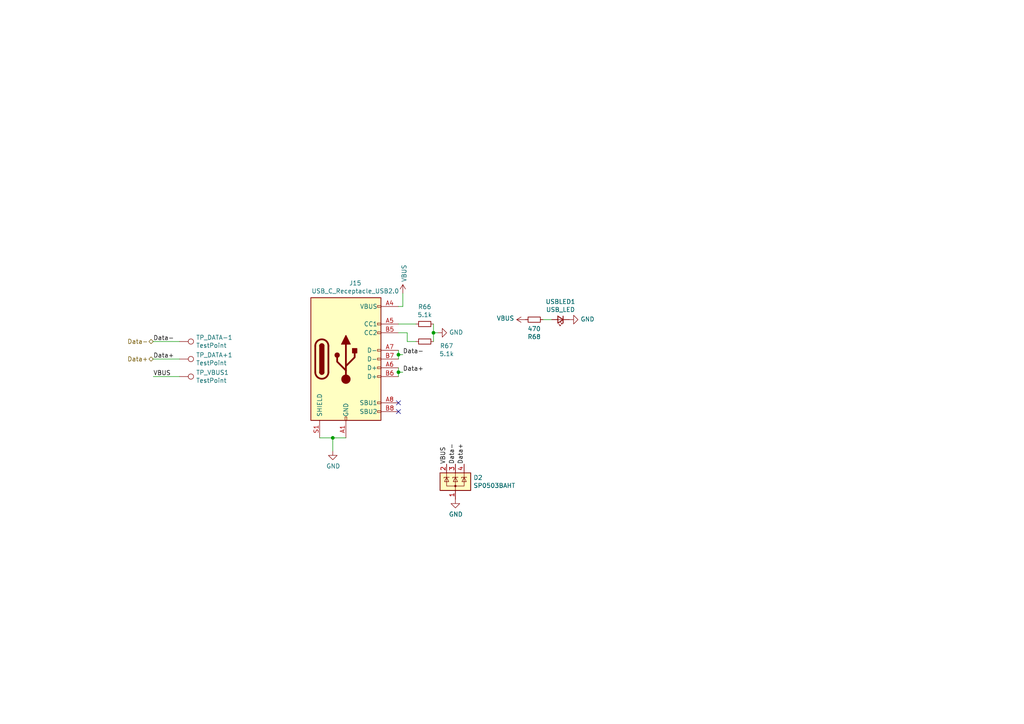
<source format=kicad_sch>
(kicad_sch (version 20230121) (generator eeschema)
  (paper "A4")
  (lib_symbols
    (symbol "Connector:TestPoint" (pin_numbers hide) (pin_names (offset 0.762) hide)
      (property "Reference" "TP" (at 0 6.858 0))
      (property "Value" "TestPoint" (at 0 5.08 0))
      (symbol "TestPoint_0_1"
        (circle (center 0 3.302) (radius 0.762))
      )
      (symbol "TestPoint_1_1"
        (pin passive line (at 0 0 90) (length 2.54) (name "1") (number "1"))
      )
    )
    (symbol "Connector:USB_C_Receptacle_USB2.0" (pin_names (offset 1.016))
      (property "Reference" "J" (at -10.16 19.05 0))
      (property "Value" "USB_C_Receptacle_USB2.0" (at 19.05 19.05 0))
      (symbol "USB_C_Receptacle_USB2.0_0_0"
        (rectangle (start -0.254 -17.78) (end 0.254 -16.764))
        (rectangle (start 10.16 -14.986) (end 9.144 -15.494))
        (rectangle (start 10.16 -12.446) (end 9.144 -12.954))
        (rectangle (start 10.16 -4.826) (end 9.144 -5.334))
        (rectangle (start 10.16 -2.286) (end 9.144 -2.794))
        (rectangle (start 10.16 0.254) (end 9.144 -0.254))
        (rectangle (start 10.16 2.794) (end 9.144 2.286))
        (rectangle (start 10.16 7.874) (end 9.144 7.366))
        (rectangle (start 10.16 10.414) (end 9.144 9.906))
        (rectangle (start 10.16 15.494) (end 9.144 14.986))
      )
      (symbol "USB_C_Receptacle_USB2.0_0_1"
        (rectangle (start -10.16 17.78) (end 10.16 -17.78) (stroke (width 0.254)) (fill (type background)))
        (arc (start -8.89 -3.81) (mid -6.985 -5.7067) (end -5.08 -3.81) (stroke (width 0.508)))
        (arc (start -7.62 -3.81) (mid -6.985 -4.4423) (end -6.35 -3.81) (stroke (width 0.254)))
        (arc (start -7.62 -3.81) (mid -6.985 -4.4423) (end -6.35 -3.81) (stroke (width 0.254)) (fill (type outline)))
        (rectangle (start -7.62 -3.81) (end -6.35 3.81) (stroke (width 0.254)) (fill (type outline)))
        (arc (start -6.35 3.81) (mid -6.985 4.4423) (end -7.62 3.81) (stroke (width 0.254)))
        (arc (start -6.35 3.81) (mid -6.985 4.4423) (end -7.62 3.81) (stroke (width 0.254)) (fill (type outline)))
        (arc (start -5.08 3.81) (mid -6.985 5.7067) (end -8.89 3.81) (stroke (width 0.508)))
        (circle (center -2.54 1.143) (radius 0.635) (stroke (width 0.254)) (fill (type outline)))
        (circle (center 0 -5.842) (radius 1.27) (fill (type outline)))
        (polyline (pts (xy -8.89 -3.81) (xy -8.89 3.81)) (stroke (width 0.508)))
        (polyline (pts (xy -5.08 3.81) (xy -5.08 -3.81)) (stroke (width 0.508)))
        (polyline (pts (xy 0 -5.842) (xy 0 4.318)) (stroke (width 0.508)))
        (polyline (pts (xy 0 -3.302) (xy -2.54 -0.762) (xy -2.54 0.508)) (stroke (width 0.508)))
        (polyline (pts (xy 0 -2.032) (xy 2.54 0.508) (xy 2.54 1.778)) (stroke (width 0.508)))
        (polyline (pts (xy -1.27 4.318) (xy 0 6.858) (xy 1.27 4.318) (xy -1.27 4.318)) (stroke (width 0.254)) (fill (type outline)))
        (rectangle (start 1.905 1.778) (end 3.175 3.048) (stroke (width 0.254)) (fill (type outline)))
      )
      (symbol "USB_C_Receptacle_USB2.0_1_1"
        (pin passive line (at 0 -22.86 90) (length 5.08) (name "GND") (number "A1"))
        (pin passive line (at 0 -22.86 90) (length 5.08) hide (name "GND") (number "A12"))
        (pin passive line (at 15.24 15.24 180) (length 5.08) (name "VBUS") (number "A4"))
        (pin bidirectional line (at 15.24 10.16 180) (length 5.08) (name "CC1") (number "A5"))
        (pin bidirectional line (at 15.24 -2.54 180) (length 5.08) (name "D+") (number "A6"))
        (pin bidirectional line (at 15.24 2.54 180) (length 5.08) (name "D-") (number "A7"))
        (pin bidirectional line (at 15.24 -12.7 180) (length 5.08) (name "SBU1") (number "A8"))
        (pin passive line (at 15.24 15.24 180) (length 5.08) hide (name "VBUS") (number "A9"))
        (pin passive line (at 0 -22.86 90) (length 5.08) hide (name "GND") (number "B1"))
        (pin passive line (at 0 -22.86 90) (length 5.08) hide (name "GND") (number "B12"))
        (pin passive line (at 15.24 15.24 180) (length 5.08) hide (name "VBUS") (number "B4"))
        (pin bidirectional line (at 15.24 7.62 180) (length 5.08) (name "CC2") (number "B5"))
        (pin bidirectional line (at 15.24 -5.08 180) (length 5.08) (name "D+") (number "B6"))
        (pin bidirectional line (at 15.24 0 180) (length 5.08) (name "D-") (number "B7"))
        (pin bidirectional line (at 15.24 -15.24 180) (length 5.08) (name "SBU2") (number "B8"))
        (pin passive line (at 15.24 15.24 180) (length 5.08) hide (name "VBUS") (number "B9"))
        (pin passive line (at -7.62 -22.86 90) (length 5.08) (name "SHIELD") (number "S1"))
      )
    )
    (symbol "Device:LED_Small" (pin_numbers hide) (pin_names (offset 0.254) hide)
      (property "Reference" "D" (at -1.27 3.175 0))
      (property "Value" "LED_Small" (at -4.445 -2.54 0))
      (symbol "LED_Small_0_1"
        (polyline (pts (xy -0.762 -1.016) (xy -0.762 1.016)) (stroke (width 0.254)))
        (polyline (pts (xy 1.016 0) (xy -0.762 0)))
        (polyline (pts (xy 0.762 -1.016) (xy -0.762 0) (xy 0.762 1.016) (xy 0.762 -1.016)) (stroke (width 0.254)))
        (polyline (pts (xy 0 0.762) (xy -0.508 1.27) (xy -0.254 1.27) (xy -0.508 1.27) (xy -0.508 1.016)))
        (polyline (pts (xy 0.508 1.27) (xy 0 1.778) (xy 0.254 1.778) (xy 0 1.778) (xy 0 1.524)))
      )
      (symbol "LED_Small_1_1"
        (pin passive line (at -2.54 0 0) (length 1.778) (name "K") (number "1"))
        (pin passive line (at 2.54 0 180) (length 1.778) (name "A") (number "2"))
      )
    )
    (symbol "Device:R_Small" (pin_numbers hide) (pin_names (offset 0.254) hide)
      (property "Reference" "R" (at 0.762 0.508 0))
      (property "Value" "R_Small" (at 0.762 -1.016 0))
      (symbol "R_Small_0_1"
        (rectangle (start -0.762 1.778) (end 0.762 -1.778) (stroke (width 0.2032)))
      )
      (symbol "R_Small_1_1"
        (pin passive line (at 0 2.54 270) (length 0.762) (name "~") (number "1"))
        (pin passive line (at 0 -2.54 90) (length 0.762) (name "~") (number "2"))
      )
    )
    (symbol "Power_Protection:SP0503BAHT" (pin_names hide)
      (property "Reference" "D" (at 5.715 2.54 0))
      (property "Value" "SP0503BAHT" (at 5.715 0.635 0))
      (symbol "SP0503BAHT_0_0"
        (pin passive line (at 0 -5.08 90) (length 2.54) (name "A") (number "1"))
      )
      (symbol "SP0503BAHT_0_1"
        (rectangle (start -4.445 2.54) (end 4.445 -2.54) (stroke (width 0.254)) (fill (type background)))
        (circle (center 0 -1.27) (radius 0.254) (fill (type outline)))
        (polyline (pts (xy -2.54 2.54) (xy -2.54 1.27)))
        (polyline (pts (xy 0 -1.27) (xy 0 -2.54)))
        (polyline (pts (xy 0 -1.27) (xy 0 1.27)))
        (polyline (pts (xy 0 2.54) (xy 0 1.27)))
        (polyline (pts (xy 0.635 1.27) (xy 0.762 1.27)))
        (polyline (pts (xy 2.54 2.54) (xy 2.54 1.27)))
        (polyline (pts (xy 0.635 1.27) (xy -0.762 1.27) (xy -0.762 1.016)))
        (polyline (pts (xy -3.302 1.016) (xy -3.302 1.27) (xy -1.905 1.27) (xy -1.778 1.27)))
        (polyline (pts (xy -2.54 1.27) (xy -2.54 -1.27) (xy 2.54 -1.27) (xy 2.54 1.27)))
        (polyline (pts (xy -2.54 1.27) (xy -1.905 0) (xy -3.175 0) (xy -2.54 1.27)))
        (polyline (pts (xy 0.635 0) (xy -0.635 0) (xy 0 1.27) (xy 0.635 0)))
        (polyline (pts (xy 1.778 1.016) (xy 1.778 1.27) (xy 3.175 1.27) (xy 3.302 1.27)))
        (polyline (pts (xy 2.54 1.27) (xy 1.905 0) (xy 3.175 0) (xy 2.54 1.27)))
      )
      (symbol "SP0503BAHT_1_1"
        (pin passive line (at -2.54 5.08 270) (length 2.54) (name "K") (number "2"))
        (pin passive line (at 0 5.08 270) (length 2.54) (name "K") (number "3"))
        (pin passive line (at 2.54 5.08 270) (length 2.54) (name "K") (number "4"))
      )
    )
    (symbol "power:GND" (power) (pin_names (offset 0))
      (property "Value" "GND" (at 0 -3.81 0))
      (symbol "GND_0_1"
        (polyline (pts (xy 0 0) (xy 0 -1.27) (xy 1.27 -1.27) (xy 0 -2.54) (xy -1.27 -1.27) (xy 0 -1.27)))
      )
      (symbol "GND_1_1"
        (pin power_in line (at 0 0 270) (length 0) hide (name "GND") (number "1"))
      )
    )
    (symbol "power:VBUS" (power) (pin_names (offset 0))
      (property "Value" "VBUS" (at 0 3.81 0))
      (symbol "VBUS_0_1"
        (polyline (pts (xy -0.762 1.27) (xy 0 2.54)))
        (polyline (pts (xy 0 0) (xy 0 2.54)))
        (polyline (pts (xy 0 2.54) (xy 0.762 1.27)))
      )
      (symbol "VBUS_1_1"
        (pin power_in line (at 0 0 90) (length 0) hide (name "VBUS") (number "1"))
      )
    )
  )
  (junction (at 115.57 107.95))
  (junction (at 125.73 96.52))
  (junction (at 96.52 127))
  (junction (at 115.57 102.87))
  (no_connect (at 115.57 119.38))
  (no_connect (at 115.57 116.84))
  (wire (pts (xy 115.57 96.52) (xy 118.11 96.52)))
  (wire (pts (xy 44.45 109.22) (xy 52.07 109.22)))
  (wire (pts (xy 44.45 104.14) (xy 52.07 104.14)))
  (wire (pts (xy 96.52 127) (xy 96.52 130.81)))
  (wire (pts (xy 115.57 107.95) (xy 115.57 109.22)))
  (wire (pts (xy 118.11 96.52) (xy 118.11 99.06)))
  (wire (pts (xy 160.02 92.71) (xy 157.48 92.71)))
  (wire (pts (xy 115.57 102.87) (xy 115.57 101.6)))
  (wire (pts (xy 115.57 102.87) (xy 116.84 102.87)))
  (wire (pts (xy 116.84 85.09) (xy 116.84 88.9)))
  (wire (pts (xy 125.73 93.98) (xy 125.73 96.52)))
  (wire (pts (xy 92.71 127) (xy 96.52 127)))
  (wire (pts (xy 115.57 93.98) (xy 120.65 93.98)))
  (wire (pts (xy 125.73 99.06) (xy 125.73 96.52)))
  (wire (pts (xy 96.52 127) (xy 100.33 127)))
  (wire (pts (xy 125.73 96.52) (xy 127 96.52)))
  (wire (pts (xy 115.57 106.68) (xy 115.57 107.95)))
  (wire (pts (xy 115.57 104.14) (xy 115.57 102.87)))
  (wire (pts (xy 115.57 107.95) (xy 116.84 107.95)))
  (wire (pts (xy 116.84 88.9) (xy 115.57 88.9)))
  (wire (pts (xy 118.11 99.06) (xy 120.65 99.06)))
  (wire (pts (xy 44.45 99.06) (xy 52.07 99.06)))
  (label "Data+" (at 134.62 134.62 90))
  (label "VBUS" (at 129.54 134.62 90))
  (label "Data+" (at 44.45 104.14 0))
  (label "Data-" (at 44.45 99.06 0))
  (label "Data-" (at 132.08 134.62 90))
  (label "Data-" (at 116.84 102.87 0))
  (label "VBUS" (at 44.45 109.22 0))
  (label "Data+" (at 116.84 107.95 0))
  (hierarchical_label "Data-" (shape bidirectional) (at 44.45 99.06 180))
  (hierarchical_label "Data+" (shape bidirectional) (at 44.45 104.14 180))
  (symbol (lib_id "power:GND") (at 127 96.52 90) (unit 1)
    (property "Reference" "#PWR0148" (effects hide))
    (property "Value" "GND" (at 130.2512 96.393 90) (effects (justify right)))
  )
  (symbol (lib_id "Device:R_Small") (at 123.19 99.06 270) (unit 1)
    (property "Reference" "R67" (at 129.54 100.33 90))
    (property "Value" "5.1k" (at 129.54 102.6414 90))
    (property "Footprint" "Resistor_SMD:R_0402_1005Metric" (effects hide))
  )
  (symbol (lib_id "Device:R_Small") (at 123.19 93.98 90) (unit 1)
    (property "Reference" "R66" (at 123.19 89.0016 90))
    (property "Value" "5.1k" (at 123.19 91.313 90))
    (property "Footprint" "Resistor_SMD:R_0402_1005Metric" (effects hide))
  )
  (symbol (lib_id "power:GND") (at 96.52 130.81 0) (unit 1)
    (property "Reference" "#PWR0146" (effects hide))
    (property "Value" "GND" (at 96.647 135.2042 0))
  )
  (symbol (lib_id "Connector:USB_C_Receptacle_USB2.0") (at 100.33 104.14 0) (unit 1)
    (property "Reference" "J15" (at 103.0478 82.1182 0))
    (property "Value" "USB_C_Receptacle_USB2.0" (at 103.0478 84.4296 0))
    (property "Footprint" "Connector_USB:USB_C_Receptacle_Palconn_UTC16-G" (effects hide))
    (property "Datasheet" "https://www.usb.org/sites/default/files/documents/usb_type-c.zip" (effects hide))
  )
  (symbol (lib_id "power:GND") (at 132.08 144.78 0) (unit 1)
    (property "Reference" "#PWR0149" (effects hide))
    (property "Value" "GND" (at 132.207 149.1742 0))
  )
  (symbol (lib_id "Power_Protection:SP0503BAHT") (at 132.08 139.7 0) (unit 1)
    (property "Reference" "D2" (at 137.287 138.5316 0) (effects (justify left)))
    (property "Value" "SP0503BAHT" (at 137.287 140.843 0) (effects (justify left)))
    (property "Footprint" "Package_TO_SOT_SMD:SOT-143" (effects hide))
    (property "Datasheet" "http://www.littelfuse.com/~/media/files/littelfuse/technical%20resources/documents/data%20sheets/sp05xxba.pdf" (effects hide))
  )
  (symbol (lib_id "power:VBUS") (at 116.84 85.09 0) (unit 1)
    (property "Reference" "#PWR0147" (effects hide))
    (property "Value" "VBUS" (at 117.221 81.8388 90) (effects (justify left)))
  )
  (symbol (lib_id "Connector:TestPoint") (at 52.07 99.06 270) (unit 1)
    (property "Reference" "TP_DATA-1" (at 56.8452 97.8916 90) (effects (justify left)))
    (property "Value" "TestPoint" (at 56.8452 100.203 90) (effects (justify left)))
    (property "Footprint" "TestPoint:TestPoint_Pad_D1.0mm" (effects hide))
  )
  (symbol (lib_id "Connector:TestPoint") (at 52.07 104.14 270) (unit 1)
    (property "Reference" "TP_DATA+1" (at 56.8452 102.9716 90) (effects (justify left)))
    (property "Value" "TestPoint" (at 56.8452 105.283 90) (effects (justify left)))
    (property "Footprint" "TestPoint:TestPoint_Pad_D1.0mm" (effects hide))
  )
  (symbol (lib_id "Connector:TestPoint") (at 52.07 109.22 270) (unit 1)
    (property "Reference" "TP_VBUS1" (at 56.8452 108.0516 90) (effects (justify left)))
    (property "Value" "TestPoint" (at 56.8452 110.363 90) (effects (justify left)))
    (property "Footprint" "TestPoint:TestPoint_Pad_D1.0mm" (effects hide))
  )
  (symbol (lib_id "Device:LED_Small") (at 162.56 92.71 180) (unit 1)
    (property "Reference" "USBLED1" (at 162.56 87.503 0))
    (property "Value" "USB_LED" (at 162.56 89.8144 0))
    (property "Footprint" "LED_SMD:LED_0603_1608Metric" (effects hide))
  )
  (symbol (lib_id "Device:R_Small") (at 154.94 92.71 90) (unit 1)
    (property "Reference" "R68" (at 154.94 97.6884 90))
    (property "Value" "470" (at 154.94 95.377 90))
    (property "Footprint" "Resistor_SMD:R_0402_1005Metric" (effects hide))
  )
  (symbol (lib_id "power:GND") (at 165.1 92.71 90) (unit 1)
    (property "Reference" "#PWR0151" (effects hide))
    (property "Value" "GND" (at 168.3512 92.583 90) (effects (justify right)))
  )
  (symbol (lib_id "power:VBUS") (at 152.4 92.71 90) (unit 1)
    (property "Reference" "#PWR0150" (effects hide))
    (property "Value" "VBUS" (at 149.1488 92.329 90) (effects (justify left)))
  )
)
</source>
